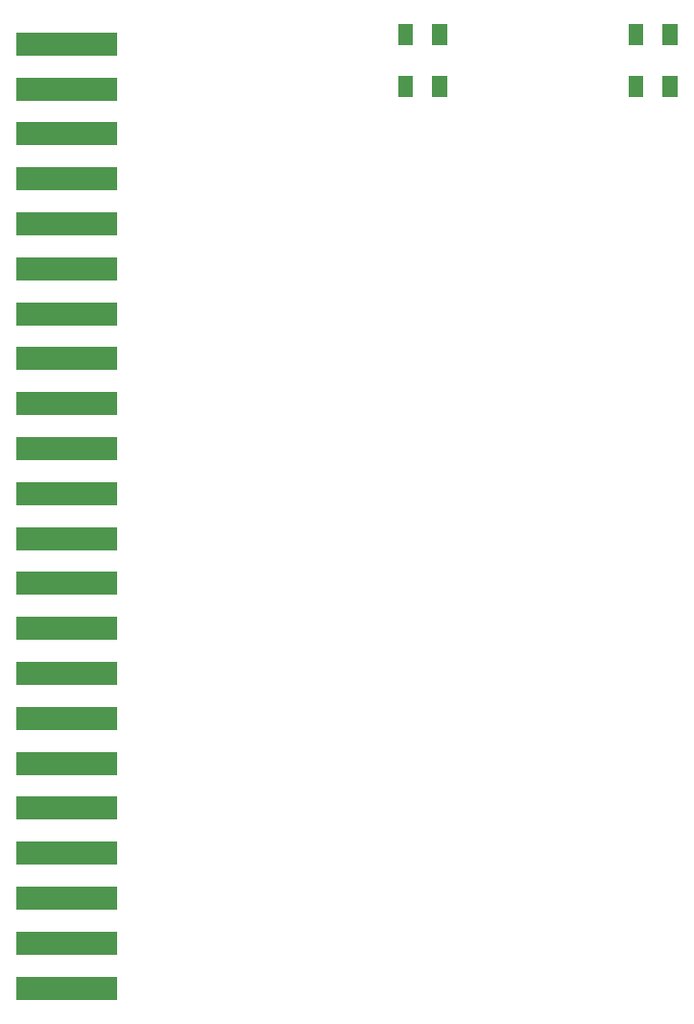
<source format=gbp>
From c3ca4f95bd59f69d45e582a4149327f57a360760 Mon Sep 17 00:00:00 2001
From: jaseg <git@jaseg.de>
Date: Sun, 30 Jan 2022 20:11:38 +0100
Subject: Rename gerbonara/gerber package to just gerbonara

---
 gerbonara/tests/resources/pcb-rnd/power-art.gbp | 193 ++++++++++++++++++++++++
 1 file changed, 193 insertions(+)
 create mode 100644 gerbonara/tests/resources/pcb-rnd/power-art.gbp

(limited to 'gerbonara/tests/resources/pcb-rnd/power-art.gbp')

diff --git a/gerbonara/tests/resources/pcb-rnd/power-art.gbp b/gerbonara/tests/resources/pcb-rnd/power-art.gbp
new file mode 100644
index 0000000..37bb2b2
--- /dev/null
+++ b/gerbonara/tests/resources/pcb-rnd/power-art.gbp
@@ -0,0 +1,193 @@
+G04 start of page 2 for group 13 layer_idx 12 *
+G04 Title: (unknown), bottom_paste *
+G04 Creator: pcb-rnd 2.3.2 *
+G04 CreationDate: 2021-07-14 03:04:30 UTC *
+G04 For:  *
+G04 Format: Gerber/RS-274X *
+G04 PCB-Dimensions: 1000000 1000000 *
+G04 PCB-Coordinate-Origin: lower left *
+%MOIN*%
+%FSLAX25Y25*%
+%LNBOTTOM_PASTE_NONE_13*%
+%ADD102C,0.0001*%
+G54D102*G36*
+X133000Y890800D02*Y898800D01*
+X98000D01*
+Y890800D01*
+X133000D01*
+G37*
+G36*
+Y875200D02*Y883200D01*
+X98000D01*
+Y875200D01*
+X133000D01*
+G37*
+G36*
+Y859600D02*Y867600D01*
+X98000D01*
+Y859600D01*
+X133000D01*
+G37*
+G36*
+Y844000D02*Y852000D01*
+X98000D01*
+Y844000D01*
+X133000D01*
+G37*
+G36*
+X315654Y883740D02*X310536D01*
+Y876260D01*
+X315654D01*
+Y883740D01*
+G37*
+G36*
+Y901740D02*X310536D01*
+Y894260D01*
+X315654D01*
+Y901740D01*
+G37*
+G36*
+X327464D02*X322346D01*
+Y894260D01*
+X327464D01*
+Y901740D01*
+G37*
+G36*
+Y883740D02*X322346D01*
+Y876260D01*
+X327464D01*
+Y883740D01*
+G37*
+G36*
+X235654Y901740D02*X230536D01*
+Y894260D01*
+X235654D01*
+Y901740D01*
+G37*
+G36*
+X247464D02*X242346D01*
+Y894260D01*
+X247464D01*
+Y901740D01*
+G37*
+G36*
+X235654Y883740D02*X230536D01*
+Y876260D01*
+X235654D01*
+Y883740D01*
+G37*
+G36*
+X247464D02*X242346D01*
+Y876260D01*
+X247464D01*
+Y883740D01*
+G37*
+G36*
+X133000Y828400D02*Y836400D01*
+X98000D01*
+Y828400D01*
+X133000D01*
+G37*
+G36*
+Y812800D02*Y820800D01*
+X98000D01*
+Y812800D01*
+X133000D01*
+G37*
+G36*
+Y797200D02*Y805200D01*
+X98000D01*
+Y797200D01*
+X133000D01*
+G37*
+G36*
+Y781600D02*Y789600D01*
+X98000D01*
+Y781600D01*
+X133000D01*
+G37*
+G36*
+Y766000D02*Y774000D01*
+X98000D01*
+Y766000D01*
+X133000D01*
+G37*
+G36*
+Y750400D02*Y758400D01*
+X98000D01*
+Y750400D01*
+X133000D01*
+G37*
+G36*
+Y734800D02*Y742800D01*
+X98000D01*
+Y734800D01*
+X133000D01*
+G37*
+G36*
+Y719200D02*Y727200D01*
+X98000D01*
+Y719200D01*
+X133000D01*
+G37*
+G36*
+Y703600D02*Y711600D01*
+X98000D01*
+Y703600D01*
+X133000D01*
+G37*
+G36*
+Y688000D02*Y696000D01*
+X98000D01*
+Y688000D01*
+X133000D01*
+G37*
+G36*
+Y672400D02*Y680400D01*
+X98000D01*
+Y672400D01*
+X133000D01*
+G37*
+G36*
+Y656800D02*Y664800D01*
+X98000D01*
+Y656800D01*
+X133000D01*
+G37*
+G36*
+Y641200D02*Y649200D01*
+X98000D01*
+Y641200D01*
+X133000D01*
+G37*
+G36*
+Y625600D02*Y633600D01*
+X98000D01*
+Y625600D01*
+X133000D01*
+G37*
+G36*
+Y610000D02*Y618000D01*
+X98000D01*
+Y610000D01*
+X133000D01*
+G37*
+G36*
+Y594400D02*Y602400D01*
+X98000D01*
+Y594400D01*
+X133000D01*
+G37*
+G36*
+Y578800D02*Y586800D01*
+X98000D01*
+Y578800D01*
+X133000D01*
+G37*
+G36*
+Y563200D02*Y571200D01*
+X98000D01*
+Y563200D01*
+X133000D01*
+G37*
+M02*
-- 
cgit 


</source>
